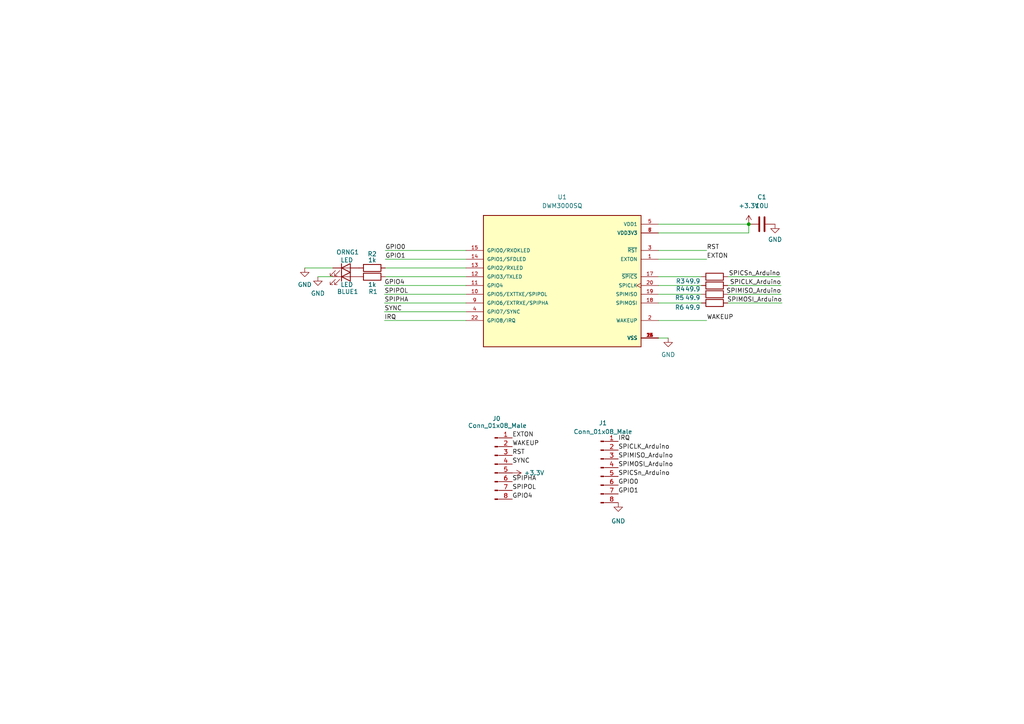
<source format=kicad_sch>
(kicad_sch (version 20211123) (generator eeschema)
  (paper "A4")
  (lib_symbols
    (symbol "Connector:Conn_01x08_Male" (pin_names (offset 1.016) hide)
      (property "Reference" "J" (at 0 10.16 0))
      (property "Value" "Conn_01x08_Male" (at 0 -12.7 0))
      (symbol "Conn_01x08_Male_1_1"
        (polyline (pts (xy 1.27 -10.16) (xy 0.8636 -10.16)) (stroke (width 0.1524)))
        (polyline (pts (xy 1.27 -7.62) (xy 0.8636 -7.62)) (stroke (width 0.1524)))
        (polyline (pts (xy 1.27 -5.08) (xy 0.8636 -5.08)) (stroke (width 0.1524)))
        (polyline (pts (xy 1.27 -2.54) (xy 0.8636 -2.54)) (stroke (width 0.1524)))
        (polyline (pts (xy 1.27 0) (xy 0.8636 0)) (stroke (width 0.1524)))
        (polyline (pts (xy 1.27 2.54) (xy 0.8636 2.54)) (stroke (width 0.1524)))
        (polyline (pts (xy 1.27 5.08) (xy 0.8636 5.08)) (stroke (width 0.1524)))
        (polyline (pts (xy 1.27 7.62) (xy 0.8636 7.62)) (stroke (width 0.1524)))
        (rectangle (start 0.8636 -10.033) (end 0 -10.287) (stroke (width 0.1524)) (fill (type outline)))
        (rectangle (start 0.8636 -7.493) (end 0 -7.747) (stroke (width 0.1524)) (fill (type outline)))
        (rectangle (start 0.8636 -4.953) (end 0 -5.207) (stroke (width 0.1524)) (fill (type outline)))
        (rectangle (start 0.8636 -2.413) (end 0 -2.667) (stroke (width 0.1524)) (fill (type outline)))
        (rectangle (start 0.8636 0.127) (end 0 -0.127) (stroke (width 0.1524)) (fill (type outline)))
        (rectangle (start 0.8636 2.667) (end 0 2.413) (stroke (width 0.1524)) (fill (type outline)))
        (rectangle (start 0.8636 5.207) (end 0 4.953) (stroke (width 0.1524)) (fill (type outline)))
        (rectangle (start 0.8636 7.747) (end 0 7.493) (stroke (width 0.1524)) (fill (type outline)))
        (pin passive line (at 5.08 7.62 180) (length 3.81) (name "Pin_1") (number "1"))
        (pin passive line (at 5.08 5.08 180) (length 3.81) (name "Pin_2") (number "2"))
        (pin passive line (at 5.08 2.54 180) (length 3.81) (name "Pin_3") (number "3"))
        (pin passive line (at 5.08 0 180) (length 3.81) (name "Pin_4") (number "4"))
        (pin passive line (at 5.08 -2.54 180) (length 3.81) (name "Pin_5") (number "5"))
        (pin passive line (at 5.08 -5.08 180) (length 3.81) (name "Pin_6") (number "6"))
        (pin passive line (at 5.08 -7.62 180) (length 3.81) (name "Pin_7") (number "7"))
        (pin passive line (at 5.08 -10.16 180) (length 3.81) (name "Pin_8") (number "8"))
      )
    )
    (symbol "DWM3000SQ:DWM3000SQ" (pin_names (offset 1.016))
      (property "Reference" "U" (at -22.86 18.542 0))
      (property "Value" "DWM3000SQ" (at -22.86 -22.86 0))
      (symbol "DWM3000SQ_0_0"
        (rectangle (start -22.86 -20.32) (end 22.86 17.78) (stroke (width 0.254)) (fill (type background)))
        (pin output line (at 27.94 5.08 180) (length 5.08) (name "EXTON") (number "1"))
        (pin bidirectional line (at -27.94 -5.08 0) (length 5.08) (name "GPIO5/EXTTXE/SPIPOL") (number "10"))
        (pin bidirectional line (at -27.94 -2.54 0) (length 5.08) (name "GPIO4") (number "11"))
        (pin bidirectional line (at -27.94 0 0) (length 5.08) (name "GPIO3/TXLED") (number "12"))
        (pin bidirectional line (at -27.94 2.54 0) (length 5.08) (name "GPIO2/RXLED") (number "13"))
        (pin bidirectional line (at -27.94 5.08 0) (length 5.08) (name "GPIO1/SFDLED") (number "14"))
        (pin bidirectional line (at -27.94 7.62 0) (length 5.08) (name "GPIO0/RXOKLED") (number "15"))
        (pin power_in line (at 27.94 -17.78 180) (length 5.08) (name "VSS") (number "16"))
        (pin input line (at 27.94 0 180) (length 5.08) (name "~{SPICS}") (number "17"))
        (pin input line (at 27.94 -7.62 180) (length 5.08) (name "SPIMOSI") (number "18"))
        (pin output line (at 27.94 -5.08 180) (length 5.08) (name "SPIMISO") (number "19"))
        (pin bidirectional line (at 27.94 -12.7 180) (length 5.08) (name "WAKEUP") (number "2"))
        (pin input clock (at 27.94 -2.54 180) (length 5.08) (name "SPICLK") (number "20"))
        (pin power_in line (at 27.94 -17.78 180) (length 5.08) (name "VSS") (number "21"))
        (pin bidirectional line (at -27.94 -12.7 0) (length 5.08) (name "GPIO8/IRQ") (number "22"))
        (pin power_in line (at 27.94 -17.78 180) (length 5.08) (name "VSS") (number "23"))
        (pin power_in line (at 27.94 -17.78 180) (length 5.08) (name "VSS") (number "24"))
        (pin output line (at 27.94 7.62 180) (length 5.08) (name "~{RST}") (number "3"))
        (pin bidirectional line (at -27.94 -10.16 0) (length 5.08) (name "GPIO7/SYNC") (number "4"))
        (pin power_in line (at 27.94 15.24 180) (length 5.08) (name "VDD1") (number "5"))
        (pin power_in line (at 27.94 12.7 180) (length 5.08) (name "VDD3V3") (number "6"))
        (pin power_in line (at 27.94 12.7 180) (length 5.08) (name "VDD3V3") (number "7"))
        (pin power_in line (at 27.94 -17.78 180) (length 5.08) (name "VSS") (number "8"))
        (pin bidirectional line (at -27.94 -7.62 0) (length 5.08) (name "GPIO6/EXTRXE/SPIPHA") (number "9"))
      )
    )
    (symbol "Device:C" (pin_numbers hide) (pin_names (offset 0.254))
      (property "Reference" "C" (at 0.635 2.54 0))
      (property "Value" "C" (at 0.635 -2.54 0))
      (symbol "C_0_1"
        (polyline (pts (xy -2.032 -0.762) (xy 2.032 -0.762)) (stroke (width 0.508)))
        (polyline (pts (xy -2.032 0.762) (xy 2.032 0.762)) (stroke (width 0.508)))
      )
      (symbol "C_1_1"
        (pin passive line (at 0 3.81 270) (length 2.794) (name "~") (number "1"))
        (pin passive line (at 0 -3.81 90) (length 2.794) (name "~") (number "2"))
      )
    )
    (symbol "Device:LED" (pin_numbers hide) (pin_names (offset 1.016) hide)
      (property "Reference" "D" (at 0 2.54 0))
      (property "Value" "LED" (at 0 -2.54 0))
      (symbol "LED_0_1"
        (polyline (pts (xy -1.27 -1.27) (xy -1.27 1.27)) (stroke (width 0.254)))
        (polyline (pts (xy -1.27 0) (xy 1.27 0)))
        (polyline (pts (xy 1.27 -1.27) (xy 1.27 1.27) (xy -1.27 0) (xy 1.27 -1.27)) (stroke (width 0.254)))
        (polyline (pts (xy -3.048 -0.762) (xy -4.572 -2.286) (xy -3.81 -2.286) (xy -4.572 -2.286) (xy -4.572 -1.524)))
        (polyline (pts (xy -1.778 -0.762) (xy -3.302 -2.286) (xy -2.54 -2.286) (xy -3.302 -2.286) (xy -3.302 -1.524)))
      )
      (symbol "LED_1_1"
        (pin passive line (at -3.81 0 0) (length 2.54) (name "K") (number "1"))
        (pin passive line (at 3.81 0 180) (length 2.54) (name "A") (number "2"))
      )
    )
    (symbol "Device:R" (pin_numbers hide) (pin_names (offset 0))
      (property "Reference" "R" (at 2.032 0 90))
      (property "Value" "R" (at 0 0 90))
      (symbol "R_0_1"
        (rectangle (start -1.016 -2.54) (end 1.016 2.54) (stroke (width 0.254)))
      )
      (symbol "R_1_1"
        (pin passive line (at 0 3.81 270) (length 1.27) (name "~") (number "1"))
        (pin passive line (at 0 -3.81 90) (length 1.27) (name "~") (number "2"))
      )
    )
    (symbol "power:+3.3V" (power) (pin_names (offset 0))
      (property "Value" "+3.3V" (at 0 3.556 0))
      (symbol "+3.3V_0_1"
        (polyline (pts (xy -0.762 1.27) (xy 0 2.54)))
        (polyline (pts (xy 0 0) (xy 0 2.54)))
        (polyline (pts (xy 0 2.54) (xy 0.762 1.27)))
      )
      (symbol "+3.3V_1_1"
        (pin power_in line (at 0 0 90) (length 0) hide (name "+3.3V") (number "1"))
      )
    )
    (symbol "power:GND" (power) (pin_names (offset 0))
      (property "Value" "GND" (at 0 -3.81 0))
      (symbol "GND_0_1"
        (polyline (pts (xy 0 0) (xy 0 -1.27) (xy 1.27 -1.27) (xy 0 -2.54) (xy -1.27 -1.27) (xy 0 -1.27)))
      )
      (symbol "GND_1_1"
        (pin power_in line (at 0 0 270) (length 0) hide (name "GND") (number "1"))
      )
    )
  )
  (junction (at 217.17 65.024))
  (wire (pts (xy 111.506 90.424) (xy 135.128 90.424)))
  (wire (pts (xy 111.76 72.644) (xy 135.128 72.644)))
  (wire (pts (xy 226.314 80.264) (xy 211.074 80.264)))
  (wire (pts (xy 111.506 82.804) (xy 135.128 82.804)))
  (wire (pts (xy 111.506 85.344) (xy 135.128 85.344)))
  (wire (pts (xy 111.76 80.264) (xy 135.128 80.264)))
  (wire (pts (xy 92.202 80.264) (xy 96.52 80.264)))
  (wire (pts (xy 111.506 92.964) (xy 135.128 92.964)))
  (wire (pts (xy 203.454 85.344) (xy 191.008 85.344)))
  (wire (pts (xy 191.008 72.644) (xy 204.978 72.644)))
  (wire (pts (xy 203.454 87.884) (xy 191.008 87.884)))
  (wire (pts (xy 88.392 77.724) (xy 96.52 77.724)))
  (wire (pts (xy 217.17 65.024) (xy 217.17 67.564)))
  (wire (pts (xy 226.568 85.344) (xy 211.074 85.344)))
  (wire (pts (xy 111.506 87.884) (xy 135.128 87.884)))
  (wire (pts (xy 111.76 75.184) (xy 135.128 75.184)))
  (wire (pts (xy 111.76 77.724) (xy 135.128 77.724)))
  (wire (pts (xy 191.008 98.044) (xy 193.802 98.044)))
  (wire (pts (xy 191.008 65.024) (xy 217.17 65.024)))
  (wire (pts (xy 204.978 75.184) (xy 191.008 75.184)))
  (wire (pts (xy 191.008 92.964) (xy 204.978 92.964)))
  (wire (pts (xy 226.568 82.804) (xy 211.074 82.804)))
  (wire (pts (xy 226.822 87.884) (xy 211.074 87.884)))
  (wire (pts (xy 191.008 67.564) (xy 217.17 67.564)))
  (wire (pts (xy 191.008 80.264) (xy 203.454 80.264)))
  (wire (pts (xy 191.008 82.804) (xy 203.454 82.804)))
  (label "EXTON" (at 148.59 127 0))
  (label "GPIO4" (at 148.59 144.78 0))
  (label "SPIMOSI_Arduino" (at 179.324 135.636 0))
  (label "RST" (at 148.59 132.08 0))
  (label "SPIMOSI_Arduino" (at 226.822 87.884 180))
  (label "SPICSn_Arduino" (at 226.314 80.264 180))
  (label "RST" (at 204.978 72.644 0))
  (label "GPIO1" (at 111.76 75.184 0))
  (label "SYNC" (at 111.506 90.424 0))
  (label "WAKEUP" (at 148.59 129.54 0))
  (label "SPIPOL" (at 111.506 85.344 0))
  (label "WAKEUP" (at 204.978 92.964 0))
  (label "EXTON" (at 204.978 75.184 0))
  (label "SPICLK_Arduino" (at 226.568 82.804 180))
  (label "SPICLK_Arduino" (at 179.324 130.556 0))
  (label "GPIO0" (at 111.76 72.644 0))
  (label "SPIMISO_Arduino" (at 226.568 85.344 180))
  (label "SPICSn_Arduino" (at 179.324 138.176 0))
  (label "SYNC" (at 148.59 134.62 0))
  (label "GPIO0" (at 179.324 140.716 0))
  (label "SPIPHA" (at 111.506 87.884 0))
  (label "SPIPOL" (at 148.59 142.24 0))
  (label "GPIO4" (at 111.506 82.804 0))
  (label "SPIPHA" (at 148.59 139.7 0))
  (label "IRQ" (at 111.506 92.964 0))
  (label "IRQ" (at 179.324 128.016 0))
  (label "SPIMISO_Arduino" (at 179.324 133.096 0))
  (label "GPIO1" (at 179.324 143.256 0))
  (symbol (lib_id "Device:R") (at 207.264 82.804 90) (unit 1)
    (property "Reference" "R4" (at 197.358 83.82 90))
    (property "Value" "49.9" (at 200.914 83.82 90))
    (property "Footprint" "Resistor_SMD:R_0603_1608Metric" (effects hide))
  )
  (symbol (lib_id "DWM3000SQ:DWM3000SQ") (at 163.068 80.264 0) (unit 1)
    (property "Reference" "U1" (at 163.068 57.15 0))
    (property "Value" "DWM3000SQ" (at 163.068 59.69 0))
    (property "Footprint" "DWM3000SQ:XCVR_DWM3000SQ" (effects hide))
    (property "MAXIMUM_PACKAGE_HEIGHT" "2.89mm" (effects hide))
    (property "PARTREV" "B" (effects hide))
    (property "MANUFACTURER" "QORVO" (effects hide))
    (property "SNAPEDA_PN" "DWM3000TR13" (effects hide))
    (property "STANDARD" "Manufacturer Recommendations" (effects hide))
  )
  (symbol (lib_id "Connector:Conn_01x08_Male") (at 143.51 134.62 0) (unit 1)
    (property "Reference" "J0" (at 144.018 121.412 0))
    (property "Value" "Conn_01x08_Male" (at 144.272 123.444 0))
    (property "Footprint" "Connector_PinHeader_2.54mm:PinHeader_1x08_P2.54mm_Vertical" (effects hide))
  )
  (symbol (lib_id "Device:C") (at 220.98 65.024 90) (unit 1)
    (property "Reference" "C1" (at 220.98 57.15 90))
    (property "Value" "10U" (at 220.98 59.69 90))
    (property "Footprint" "Capacitor_SMD:C_0603_1608Metric" (effects hide))
  )
  (symbol (lib_id "Device:R") (at 207.264 87.884 90) (unit 1)
    (property "Reference" "R6" (at 197.104 89.154 90))
    (property "Value" "49.9" (at 200.914 89.154 90))
    (property "Footprint" "Resistor_SMD:R_0603_1608Metric" (effects hide))
  )
  (symbol (lib_id "Device:R") (at 107.95 80.264 90) (unit 1)
    (property "Reference" "R1" (at 108.204 84.582 90))
    (property "Value" "1k" (at 107.95 82.55 90))
    (property "Footprint" "Resistor_SMD:R_0603_1608Metric" (effects hide))
  )
  (symbol (lib_id "power:+3.3V") (at 148.59 137.16 270) (unit 1)
    (property "Reference" "#PWR03" (effects hide))
    (property "Value" "+3.3V" (at 154.94 137.16 90))
  )
  (symbol (lib_id "power:GND") (at 88.392 77.724 0) (unit 1)
    (property "Reference" "#PWR01" (effects hide))
    (property "Value" "GND" (at 88.392 82.55 0))
  )
  (symbol (lib_id "Device:R") (at 107.95 77.724 90) (unit 1)
    (property "Reference" "R2" (at 107.95 73.66 90))
    (property "Value" "1k" (at 107.95 75.438 90))
    (property "Footprint" "Resistor_SMD:R_0603_1608Metric" (effects hide))
  )
  (symbol (lib_id "power:GND") (at 224.79 65.024 0) (unit 1)
    (property "Reference" "#PWR07" (effects hide))
    (property "Value" "GND" (at 224.79 69.469 0))
  )
  (symbol (lib_id "power:GND") (at 179.324 145.796 0) (unit 1)
    (property "Reference" "#PWR0101" (effects hide))
    (property "Value" "GND" (at 179.324 151.13 0))
  )
  (symbol (lib_id "Device:LED") (at 100.33 80.264 0) (unit 1)
    (property "Reference" "BLUE1" (at 100.838 84.582 0))
    (property "Value" "LED" (at 100.584 82.55 0))
    (property "Footprint" "LED_SMD:LED_0603_1608Metric" (effects hide))
  )
  (symbol (lib_id "power:+3.3V") (at 217.17 65.024 0) (unit 1)
    (property "Reference" "#PWR06" (effects hide))
    (property "Value" "+3.3V" (at 217.17 59.69 0))
  )
  (symbol (lib_id "Device:LED") (at 100.33 77.724 0) (unit 1)
    (property "Reference" "ORNG1" (at 100.838 73.152 0))
    (property "Value" "LED" (at 100.584 75.438 0))
    (property "Footprint" "LED_SMD:LED_0603_1608Metric" (effects hide))
  )
  (symbol (lib_id "Connector:Conn_01x08_Male") (at 174.244 135.636 0) (unit 1)
    (property "Reference" "J1" (at 174.879 122.682 0))
    (property "Value" "Conn_01x08_Male" (at 174.879 125.222 0))
    (property "Footprint" "Connector_PinHeader_2.54mm:PinHeader_1x08_P2.54mm_Vertical" (effects hide))
  )
  (symbol (lib_id "power:GND") (at 193.802 98.044 0) (unit 1)
    (property "Reference" "#PWR05" (effects hide))
    (property "Value" "GND" (at 193.802 102.87 0))
  )
  (symbol (lib_id "Device:R") (at 207.264 80.264 90) (unit 1)
    (property "Reference" "R3" (at 197.358 81.534 90))
    (property "Value" "49.9" (at 200.914 81.534 90))
    (property "Footprint" "Resistor_SMD:R_0603_1608Metric" (effects hide))
  )
  (symbol (lib_id "Device:R") (at 207.264 85.344 90) (unit 1)
    (property "Reference" "R5" (at 197.104 86.36 90))
    (property "Value" "49.9" (at 200.914 86.36 90))
    (property "Footprint" "Resistor_SMD:R_0603_1608Metric" (effects hide))
  )
  (symbol (lib_id "power:GND") (at 92.202 80.264 0) (unit 1)
    (property "Reference" "#PWR02" (effects hide))
    (property "Value" "GND" (at 92.202 85.09 0))
  )
)
</source>
